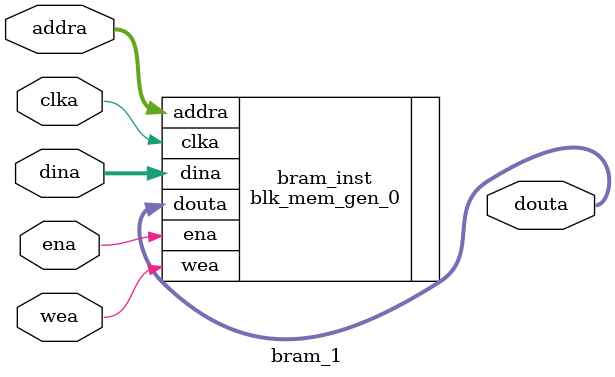
<source format=v>
module bram_1 (
    input wire clka,
    input wire ena,
    input wire wea,
    input wire [12:0] addra,
    input wire [7:0] dina,
    output wire [7:0] douta
);

// Instantiating the VHDL BRAM inside Verilog
blk_mem_gen_0 bram_inst (
    .clka(clka),       // Clock
    .ena(ena),         // Enable
    .wea({wea}),       // Write Enable (Converted to 1-bit vector)
    .addra(addra),     // Address (13-bit)
    .dina(dina),       // Data Input (8-bit)
    .douta(douta)      // Data Output (8-bit)
);

endmodule

</source>
